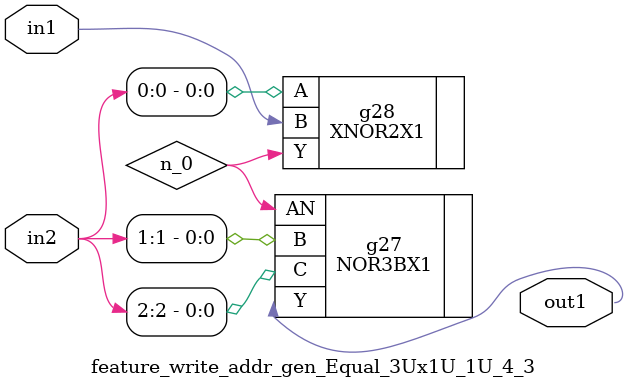
<source format=v>
`timescale 1ps / 1ps


module feature_write_addr_gen_Equal_3Ux1U_1U_4_3(in2, in1, out1);
  input [2:0] in2;
  input in1;
  output out1;
  wire [2:0] in2;
  wire in1;
  wire out1;
  wire n_0;
  NOR3BX1 g27(.AN (n_0), .B (in2[1]), .C (in2[2]), .Y (out1));
  XNOR2X1 g28(.A (in2[0]), .B (in1), .Y (n_0));
endmodule



</source>
